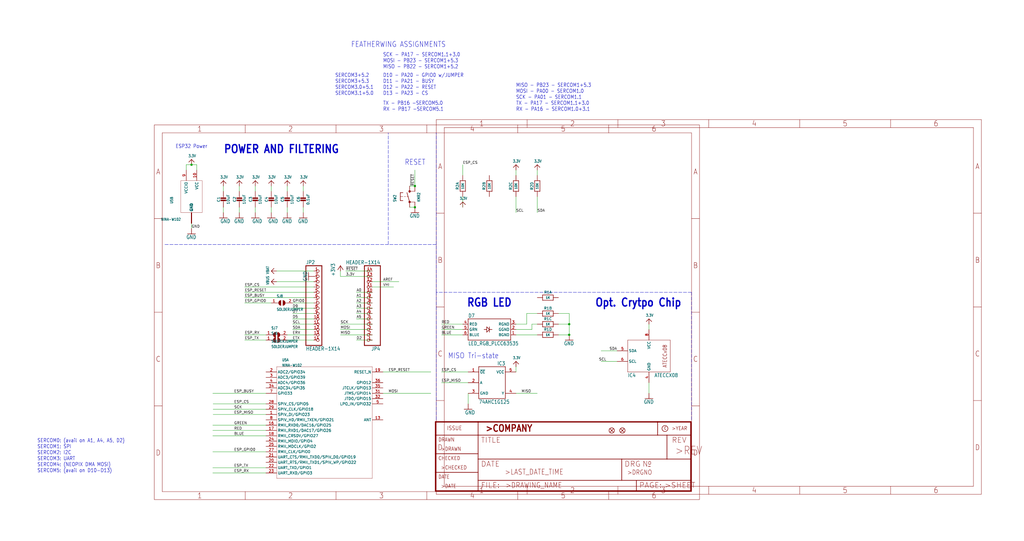
<source format=kicad_sch>
(kicad_sch (version 20211123) (generator eeschema)
  (paper "User" 488.95 258.648)
  (lib_symbols
    (symbol "schematicEagle-eagle-import:+3V3" (power)
      (property "Value" "+3V3" (at -2.54 -5.08 90))
      (symbol "+3V3_1_0"
        (polyline (pts (xy 0 0) (xy -1.27 -1.905)) (stroke (width 0.254)))
        (polyline (pts (xy 1.27 -1.905) (xy 0 0)) (stroke (width 0.254)))
        (pin power_in line (at 0 -2.54 90) (length 2.54) (name "+3V3") (number "1"))
      )
    )
    (symbol "schematicEagle-eagle-import:3.3V" (power)
      (property "Value" "3.3V" (at -1.524 1.016 0))
      (symbol "3.3V_1_0"
        (polyline (pts (xy -1.27 -1.27) (xy 0 0)) (stroke (width 0.254)))
        (polyline (pts (xy 0 0) (xy 1.27 -1.27)) (stroke (width 0.254)))
        (pin power_in line (at 0 -2.54 90) (length 2.54) (name "3.3V") (number "1"))
      )
    )
    (symbol "schematicEagle-eagle-import:74AHC1G125"
      (property "Reference" "IC" (at 7.62 10.16 0))
      (property "Value" "74AHC1G125" (at -5.08 -10.16 0))
      (symbol "74AHC1G125_1_0"
        (polyline (pts (xy -5.08 -7.62) (xy -5.08 7.62)) (stroke (width 0.254)))
        (polyline (pts (xy -5.08 7.62) (xy 7.62 7.62)) (stroke (width 0.254)))
        (polyline (pts (xy 7.62 -7.62) (xy -5.08 -7.62)) (stroke (width 0.254)))
        (polyline (pts (xy 7.62 7.62) (xy 7.62 -7.62)) (stroke (width 0.254)))
        (pin input line (at -10.16 5.08 0) (length 5.08) (name "~{OE}") (number "1"))
        (pin input line (at -10.16 0 0) (length 5.08) (name "A") (number "2"))
        (pin power_in line (at -10.16 -5.08 0) (length 5.08) (name "GND") (number "3"))
        (pin output line (at 12.7 -5.08 180) (length 5.08) (name "Y") (number "4"))
        (pin power_in line (at 12.7 5.08 180) (length 5.08) (name "VCC") (number "5"))
      )
    )
    (symbol "schematicEagle-eagle-import:ATECCX08"
      (property "Reference" "IC" (at -10.16 -10.16 0))
      (property "Value" "ATECCX08" (at 2.54 -10.16 0))
      (symbol "ATECCX08_1_0"
        (polyline (pts (xy -10.16 -7.62) (xy -10.16 7.62)) (stroke (width 0.1524)))
        (polyline (pts (xy -10.16 7.62) (xy 10.16 7.62)) (stroke (width 0.1524)))
        (polyline (pts (xy 10.16 -7.62) (xy -10.16 -7.62)) (stroke (width 0.1524)))
        (polyline (pts (xy 10.16 7.62) (xy 10.16 -7.62)) (stroke (width 0.1524)))
        (text "ATECCx08" (at 7.62 0 900) (effects (font (size 1.778 1.5113))))
        (pin power_in line (at 0 -12.7 90) (length 5.08) (name "GND") (number "4"))
        (pin bidirectional line (at -15.24 2.54 0) (length 5.08) (name "SDA") (number "5"))
        (pin bidirectional line (at -15.24 -2.54 0) (length 5.08) (name "SCL") (number "6"))
        (pin power_in line (at 0 12.7 270) (length 5.08) (name "VCC") (number "8"))
      )
    )
    (symbol "schematicEagle-eagle-import:CAP_CERAMIC0603_NO"
      (property "Reference" "C" (at -2.29 1.25 90))
      (property "Value" "CAP_CERAMIC0603_NO" (at 2.3 1.25 90))
      (symbol "CAP_CERAMIC0603_NO_1_0"
        (rectangle (start -1.27 0.508) (end 1.27 1.016) (fill (type outline)))
        (rectangle (start -1.27 1.524) (end 1.27 2.032) (fill (type outline)))
        (polyline (pts (xy 0 0.762) (xy 0 0)) (stroke (width 0.1524)))
        (polyline (pts (xy 0 2.54) (xy 0 1.778)) (stroke (width 0.1524)))
        (pin passive line (at 0 5.08 270) (length 2.54) (name "1") (number "1"))
        (pin passive line (at 0 -2.54 90) (length 2.54) (name "2") (number "2"))
      )
    )
    (symbol "schematicEagle-eagle-import:CAP_CERAMIC0805-NOOUTLINE"
      (property "Reference" "C" (at -2.29 1.25 90))
      (property "Value" "CAP_CERAMIC0805-NOOUTLINE" (at 2.3 1.25 90))
      (symbol "CAP_CERAMIC0805-NOOUTLINE_1_0"
        (rectangle (start -1.27 0.508) (end 1.27 1.016) (fill (type outline)))
        (rectangle (start -1.27 1.524) (end 1.27 2.032) (fill (type outline)))
        (polyline (pts (xy 0 0.762) (xy 0 0)) (stroke (width 0.1524)))
        (polyline (pts (xy 0 2.54) (xy 0 1.778)) (stroke (width 0.1524)))
        (pin passive line (at 0 5.08 270) (length 2.54) (name "1") (number "1"))
        (pin passive line (at 0 -2.54 90) (length 2.54) (name "2") (number "2"))
      )
    )
    (symbol "schematicEagle-eagle-import:FIDUCIAL_1MM"
      (symbol "FIDUCIAL_1MM_1_0"
        (polyline (pts (xy -0.762 0.762) (xy 0.762 -0.762)) (stroke (width 0.254)))
        (polyline (pts (xy 0.762 0.762) (xy -0.762 -0.762)) (stroke (width 0.254)))
        (circle (center 0 0) (radius 1.27) (stroke (width 0.254)))
      )
    )
    (symbol "schematicEagle-eagle-import:FRAME_A4"
      (symbol "FRAME_A4_0_0"
        (polyline (pts (xy 0 44.7675) (xy 3.81 44.7675)))
        (polyline (pts (xy 0 89.535) (xy 3.81 89.535)))
        (polyline (pts (xy 0 134.3025) (xy 3.81 134.3025)))
        (polyline (pts (xy 3.81 3.81) (xy 3.81 175.26)))
        (polyline (pts (xy 43.3917 0) (xy 43.3917 3.81)))
        (polyline (pts (xy 43.3917 175.26) (xy 43.3917 179.07)))
        (polyline (pts (xy 86.7833 0) (xy 86.7833 3.81)))
        (polyline (pts (xy 86.7833 175.26) (xy 86.7833 179.07)))
        (polyline (pts (xy 130.175 0) (xy 130.175 3.81)))
        (polyline (pts (xy 130.175 175.26) (xy 130.175 179.07)))
        (polyline (pts (xy 173.5667 0) (xy 173.5667 3.81)))
        (polyline (pts (xy 173.5667 175.26) (xy 173.5667 179.07)))
        (polyline (pts (xy 216.9583 0) (xy 216.9583 3.81)))
        (polyline (pts (xy 216.9583 175.26) (xy 216.9583 179.07)))
        (polyline (pts (xy 256.54 3.81) (xy 3.81 3.81)))
        (polyline (pts (xy 256.54 3.81) (xy 256.54 175.26)))
        (polyline (pts (xy 256.54 44.7675) (xy 260.35 44.7675)))
        (polyline (pts (xy 256.54 89.535) (xy 260.35 89.535)))
        (polyline (pts (xy 256.54 134.3025) (xy 260.35 134.3025)))
        (polyline (pts (xy 256.54 175.26) (xy 3.81 175.26)))
        (polyline (pts (xy 0 0) (xy 260.35 0) (xy 260.35 179.07) (xy 0 179.07) (xy 0 0)))
        (text "1" (at 21.6958 1.905 0) (effects (font (size 2.54 2.286))))
        (text "1" (at 21.6958 177.165 0) (effects (font (size 2.54 2.286))))
        (text "2" (at 65.0875 1.905 0) (effects (font (size 2.54 2.286))))
        (text "2" (at 65.0875 177.165 0) (effects (font (size 2.54 2.286))))
        (text "3" (at 108.4792 1.905 0) (effects (font (size 2.54 2.286))))
        (text "3" (at 108.4792 177.165 0) (effects (font (size 2.54 2.286))))
        (text "4" (at 151.8708 1.905 0) (effects (font (size 2.54 2.286))))
        (text "4" (at 151.8708 177.165 0) (effects (font (size 2.54 2.286))))
        (text "5" (at 195.2625 1.905 0) (effects (font (size 2.54 2.286))))
        (text "5" (at 195.2625 177.165 0) (effects (font (size 2.54 2.286))))
        (text "6" (at 238.6542 1.905 0) (effects (font (size 2.54 2.286))))
        (text "6" (at 238.6542 177.165 0) (effects (font (size 2.54 2.286))))
        (text "A" (at 1.905 156.6863 0) (effects (font (size 2.54 2.286))))
        (text "A" (at 258.445 156.6863 0) (effects (font (size 2.54 2.286))))
        (text "B" (at 1.905 111.9188 0) (effects (font (size 2.54 2.286))))
        (text "B" (at 258.445 111.9188 0) (effects (font (size 2.54 2.286))))
        (text "C" (at 1.905 67.1513 0) (effects (font (size 2.54 2.286))))
        (text "C" (at 258.445 67.1513 0) (effects (font (size 2.54 2.286))))
        (text "D" (at 1.905 22.3838 0) (effects (font (size 2.54 2.286))))
        (text "D" (at 258.445 22.3838 0) (effects (font (size 2.54 2.286))))
      )
      (symbol "FRAME_A4_1_0"
        (polyline (pts (xy 256.54 3.81) (xy 256.54 8.89)) (stroke (width 0.1016)))
        (polyline (pts (xy 256.54 8.89) (xy 256.54 13.97)) (stroke (width 0.1016)))
        (polyline (pts (xy 256.54 13.97) (xy 256.54 19.05)) (stroke (width 0.1016)))
        (polyline (pts (xy 256.54 19.05) (xy 256.54 36.83)) (stroke (width 0.1016)))
      )
      (symbol "FRAME_A4_2_0"
        (polyline (pts (xy -0.3048 1.5748) (xy 20.0152 1.5748)) (stroke (width 0.6096)))
        (polyline (pts (xy -0.3048 10.4648) (xy -0.3048 1.5748)) (stroke (width 0.6096)))
        (polyline (pts (xy -0.3048 10.4648) (xy 20.0152 10.4648)) (stroke (width 0.3048)))
        (polyline (pts (xy -0.3048 19.3548) (xy -0.3048 10.4648)) (stroke (width 0.6096)))
        (polyline (pts (xy -0.3048 19.3548) (xy 20.0152 19.3548)) (stroke (width 0.3048)))
        (polyline (pts (xy -0.3048 28.2448) (xy -0.3048 19.3548)) (stroke (width 0.6096)))
        (polyline (pts (xy -0.3048 28.2448) (xy 20.0152 28.2448)) (stroke (width 0.3048)))
        (polyline (pts (xy -0.3048 34.5948) (xy -0.3048 28.2448)) (stroke (width 0.6096)))
        (polyline (pts (xy 20.0152 1.5748) (xy 20.0152 6.6548)) (stroke (width 0.3048)))
        (polyline (pts (xy 20.0152 1.5748) (xy 95.5802 1.5748)) (stroke (width 0.6096)))
        (polyline (pts (xy 20.0152 6.6548) (xy 20.0152 10.4648)) (stroke (width 0.3048)))
        (polyline (pts (xy 20.0152 6.6548) (xy 88.5952 6.6548)) (stroke (width 0.3048)))
        (polyline (pts (xy 20.0152 10.4648) (xy 20.0152 16.8148)) (stroke (width 0.3048)))
        (polyline (pts (xy 20.0152 16.8148) (xy 20.0152 19.3548)) (stroke (width 0.3048)))
        (polyline (pts (xy 20.0152 19.3548) (xy 20.0152 28.2448)) (stroke (width 0.3048)))
        (polyline (pts (xy 20.0152 28.2448) (xy 20.0152 34.5948)) (stroke (width 0.3048)))
        (polyline (pts (xy 20.0152 28.2448) (xy 105.7402 28.2448)) (stroke (width 0.3048)))
        (polyline (pts (xy 20.0152 34.5948) (xy -0.3048 34.5948)) (stroke (width 0.6096)))
        (polyline (pts (xy 88.5952 6.6548) (xy 95.5802 6.6548)) (stroke (width 0.3048)))
        (polyline (pts (xy 88.5952 16.8148) (xy 20.0152 16.8148)) (stroke (width 0.3048)))
        (polyline (pts (xy 88.5952 16.8148) (xy 88.5952 6.6548)) (stroke (width 0.3048)))
        (polyline (pts (xy 95.5802 1.5748) (xy 121.6152 1.5748)) (stroke (width 0.6096)))
        (polyline (pts (xy 95.5802 6.6548) (xy 95.5802 1.5748)) (stroke (width 0.3048)))
        (polyline (pts (xy 95.5802 6.6548) (xy 121.6152 6.6548)) (stroke (width 0.3048)))
        (polyline (pts (xy 101.2952 13.3223) (xy 102.2477 13.3223)) (stroke (width 0.254)))
        (polyline (pts (xy 105.7402 28.2448) (xy 105.7402 34.5948)) (stroke (width 0.3048)))
        (polyline (pts (xy 105.7402 28.2448) (xy 110.1852 28.2448)) (stroke (width 0.3048)))
        (polyline (pts (xy 105.7402 34.5948) (xy 20.0152 34.5948)) (stroke (width 0.6096)))
        (polyline (pts (xy 110.1852 16.8148) (xy 88.5952 16.8148)) (stroke (width 0.3048)))
        (polyline (pts (xy 110.1852 28.2448) (xy 110.1852 16.8148)) (stroke (width 0.3048)))
        (polyline (pts (xy 110.1852 28.2448) (xy 121.6152 28.2448)) (stroke (width 0.3048)))
        (polyline (pts (xy 121.6152 6.6548) (xy 121.6152 1.5748)) (stroke (width 0.6096)))
        (polyline (pts (xy 121.6152 16.8148) (xy 110.1852 16.8148)) (stroke (width 0.3048)))
        (polyline (pts (xy 121.6152 16.8148) (xy 121.6152 6.6548)) (stroke (width 0.6096)))
        (polyline (pts (xy 121.6152 28.2448) (xy 121.6152 16.8148)) (stroke (width 0.6096)))
        (polyline (pts (xy 121.6152 34.5948) (xy 105.7402 34.5948)) (stroke (width 0.6096)))
        (polyline (pts (xy 121.6152 34.5948) (xy 121.6152 28.2448)) (stroke (width 0.6096)))
        (circle (center 109.2327 31.4198) (radius 1.4199) (stroke (width 0.254)))
        (text ">CHECKED" (at 2.2352 11.7348 0) (effects (font (size 1.778 1.5113)) (justify left bottom)))
        (text ">COMPANY" (at 23.349 29.6735 0) (effects (font (size 3.175 2.6987) (thickness 0.5397) bold) (justify left bottom)))
        (text ">DATE" (at 2.2352 2.8448 0) (effects (font (size 1.778 1.5113)) (justify left bottom)))
        (text ">DRAWING_NAME" (at 33.0327 2.8448 0) (effects (font (size 2.54 2.159)) (justify left bottom)))
        (text ">DRAWN" (at 2.2352 20.6248 0) (effects (font (size 1.778 1.5113)) (justify left bottom)))
        (text ">DRGNO" (at 91.1352 9.1948 0) (effects (font (size 2.1844 1.8567)) (justify left bottom)))
        (text ">LAST_DATE_TIME" (at 32.7152 9.1948 0) (effects (font (size 2.54 2.159)) (justify left bottom)))
        (text ">REV" (at 113.9952 18.7198 0) (effects (font (size 3.81 3.2385)) (justify left bottom)))
        (text ">SHEET" (at 108.9152 2.8448 0) (effects (font (size 2.54 2.54)) (justify left bottom)))
        (text ">YEAR" (at 112.4077 30.4673 0) (effects (font (size 1.778 1.5113)) (justify left bottom)))
        (text "C" (at 108.7564 30.7848 0) (effects (font (size 1.27 1.0795)) (justify left bottom)))
        (text "CHECKED" (at 0.9652 16.1798 0) (effects (font (size 1.778 1.5113)) (justify left bottom)))
        (text "DATE" (at 0.9652 7.2898 0) (effects (font (size 1.778 1.5113)) (justify left bottom)))
        (text "DATE" (at 21.2852 13.0048 0) (effects (font (size 2.54 2.54)) (justify left bottom)))
        (text "DRAWN" (at 0.9652 25.0698 0) (effects (font (size 1.778 1.5113)) (justify left bottom)))
        (text "DRG" (at 89.8652 13.0048 0) (effects (font (size 2.54 2.54)) (justify left bottom)))
        (text "FILE:" (at 21.2852 2.8448 0) (effects (font (size 2.54 2.54)) (justify left bottom)))
        (text "ISSUE" (at 5.0927 30.4673 0) (effects (font (size 1.9304 1.6408)) (justify left bottom)))
        (text "N" (at 98.4377 13.0048 0) (effects (font (size 2.54 2.54)) (justify left bottom)))
        (text "o" (at 100.9777 13.9573 0) (effects (font (size 2.1844 1.8567)) (justify left bottom)))
        (text "PAGE:" (at 96.8502 2.8448 0) (effects (font (size 2.54 2.54)) (justify left bottom)))
        (text "REV" (at 112.4077 24.4348 0) (effects (font (size 2.54 2.54)) (justify left bottom)))
        (text "TITLE" (at 21.2852 24.4348 0) (effects (font (size 2.54 2.54)) (justify left bottom)))
      )
    )
    (symbol "schematicEagle-eagle-import:GND" (power)
      (property "Value" "GND" (at -2.54 -2.54 0))
      (symbol "GND_1_0"
        (polyline (pts (xy -1.905 0) (xy 1.905 0)) (stroke (width 0.254)))
        (pin power_in line (at 0 2.54 270) (length 2.54) (name "GND") (number "1"))
      )
    )
    (symbol "schematicEagle-eagle-import:HEADER-1X14"
      (property "Reference" "JP" (at -6.35 20.955 0))
      (property "Value" "HEADER-1X14" (at -6.35 -20.32 0))
      (symbol "HEADER-1X14_1_0"
        (polyline (pts (xy -6.35 -17.78) (xy 1.27 -17.78)) (stroke (width 0.4064)))
        (polyline (pts (xy -6.35 20.32) (xy -6.35 -17.78)) (stroke (width 0.4064)))
        (polyline (pts (xy 1.27 -17.78) (xy 1.27 20.32)) (stroke (width 0.4064)))
        (polyline (pts (xy 1.27 20.32) (xy -6.35 20.32)) (stroke (width 0.4064)))
        (pin passive inverted (at -2.54 17.78 0) (length 2.54) (name "1") (number "1"))
        (pin passive inverted (at -2.54 -5.08 0) (length 2.54) (name "10") (number "10"))
        (pin passive inverted (at -2.54 -7.62 0) (length 2.54) (name "11") (number "11"))
        (pin passive inverted (at -2.54 -10.16 0) (length 2.54) (name "12") (number "12"))
        (pin passive inverted (at -2.54 -12.7 0) (length 2.54) (name "13") (number "13"))
        (pin passive inverted (at -2.54 -15.24 0) (length 2.54) (name "14") (number "14"))
        (pin passive inverted (at -2.54 15.24 0) (length 2.54) (name "2") (number "2"))
        (pin passive inverted (at -2.54 12.7 0) (length 2.54) (name "3") (number "3"))
        (pin passive inverted (at -2.54 10.16 0) (length 2.54) (name "4") (number "4"))
        (pin passive inverted (at -2.54 7.62 0) (length 2.54) (name "5") (number "5"))
        (pin passive inverted (at -2.54 5.08 0) (length 2.54) (name "6") (number "6"))
        (pin passive inverted (at -2.54 2.54 0) (length 2.54) (name "7") (number "7"))
        (pin passive inverted (at -2.54 0 0) (length 2.54) (name "8") (number "8"))
        (pin passive inverted (at -2.54 -2.54 0) (length 2.54) (name "9") (number "9"))
      )
    )
    (symbol "schematicEagle-eagle-import:LED_RGB_PLCC63535"
      (property "Reference" "D" (at -10.16 5.588 0))
      (property "Value" "LED_RGB_PLCC63535" (at -10.16 -7.62 0))
      (symbol "LED_RGB_PLCC63535_1_0"
        (polyline (pts (xy -10.16 -5.08) (xy -10.16 5.08)) (stroke (width 0.254)))
        (polyline (pts (xy -10.16 5.08) (xy 10.16 5.08)) (stroke (width 0.254)))
        (polyline (pts (xy -1.27 -1.27) (xy 0 0)) (stroke (width 0.254)))
        (polyline (pts (xy -1.27 0) (xy -2.54 0)) (stroke (width 0.254)))
        (polyline (pts (xy -1.27 0) (xy -1.27 -1.27)) (stroke (width 0.254)))
        (polyline (pts (xy -1.27 1.27) (xy -1.27 0)) (stroke (width 0.254)))
        (polyline (pts (xy 0 0) (xy -1.27 1.27)) (stroke (width 0.254)))
        (polyline (pts (xy 0 0) (xy 0 -1.27)) (stroke (width 0.254)))
        (polyline (pts (xy 0 0) (xy 1.27 0)) (stroke (width 0.254)))
        (polyline (pts (xy 0 1.27) (xy 0 0)) (stroke (width 0.254)))
        (polyline (pts (xy 10.16 -5.08) (xy -10.16 -5.08)) (stroke (width 0.254)))
        (polyline (pts (xy 10.16 5.08) (xy 10.16 -5.08)) (stroke (width 0.254)))
        (pin power_in line (at 12.7 -2.54 180) (length 2.54) (name "BGND") (number "1"))
        (pin power_in line (at 12.7 0 180) (length 2.54) (name "GGND") (number "2"))
        (pin power_in line (at 12.7 2.54 180) (length 2.54) (name "RGND") (number "3"))
        (pin bidirectional line (at -12.7 2.54 0) (length 2.54) (name "RED") (number "4"))
        (pin bidirectional line (at -12.7 0 0) (length 2.54) (name "GRN") (number "5"))
        (pin bidirectional line (at -12.7 -2.54 0) (length 2.54) (name "BLUE") (number "6"))
      )
    )
    (symbol "schematicEagle-eagle-import:NINA-W10XNINA-W10X"
      (property "Reference" "U" (at 2.54 -10.16 0))
      (property "Value" "NINA-W10XNINA-W10X" (at 2.54 -12.7 0))
      (symbol "NINA-W10XNINA-W10X_1_0"
        (polyline (pts (xy -22.86 -27.94) (xy 22.86 -27.94)) (stroke (width 0.1)))
        (polyline (pts (xy -22.86 25.4) (xy -22.86 -27.94)) (stroke (width 0.1)))
        (polyline (pts (xy 22.86 -27.94) (xy 22.86 25.4)) (stroke (width 0.1)))
        (polyline (pts (xy 22.86 25.4) (xy -22.86 25.4)) (stroke (width 0.1)))
        (pin bidirectional line (at -27.94 2.54 0) (length 5.08) (name "SPIV_DI/GPIO23") (number "1"))
        (pin bidirectional line (at 27.94 0 180) (length 5.08) (name "ANT") (number "13"))
        (pin bidirectional line (at -27.94 -2.54 0) (length 5.08) (name "RMII_RXD0/DAC16/GPIO25") (number "16"))
        (pin bidirectional line (at -27.94 -5.08 0) (length 5.08) (name "RMII_RXD1/DAC17/GPIO26") (number "17"))
        (pin bidirectional line (at -27.94 -7.62 0) (length 5.08) (name "RMII_CRSDV/GPIO27") (number "18"))
        (pin bidirectional line (at 27.94 22.86 180) (length 5.08) (name "RESET_N") (number "19"))
        (pin bidirectional line (at -27.94 22.86 0) (length 5.08) (name "ADC2/GPIO34") (number "2"))
        (pin bidirectional line (at -27.94 -20.32 0) (length 5.08) (name "UART_RTS/RMII_TXD1/SPIV_WP/GPIO22") (number "20"))
        (pin bidirectional line (at -27.94 -17.78 0) (length 5.08) (name "UART_CTS/RMII_TXD0/SPIV_D0/GPIO19") (number "21"))
        (pin bidirectional line (at -27.94 -22.86 0) (length 5.08) (name "UART_TXD/GPIO1") (number "22"))
        (pin bidirectional line (at -27.94 -25.4 0) (length 5.08) (name "UART_RXD/GPIO3") (number "23"))
        (pin bidirectional line (at -27.94 -10.16 0) (length 5.08) (name "RMII_MDIO/GPIO4") (number "24"))
        (pin bidirectional line (at -27.94 -12.7 0) (length 5.08) (name "RMII_MDCLK/GPIO2") (number "25"))
        (pin bidirectional line (at -27.94 -15.24 0) (length 5.08) (name "RMII_CLK/GPIO0") (number "27"))
        (pin bidirectional line (at -27.94 7.62 0) (length 5.08) (name "SPIV_CS/GPIO5") (number "28"))
        (pin bidirectional line (at -27.94 5.08 0) (length 5.08) (name "SPIV_CLK/GPIO18") (number "29"))
        (pin bidirectional line (at -27.94 20.32 0) (length 5.08) (name "ADC3/GPIO39") (number "3"))
        (pin bidirectional line (at 27.94 12.7 180) (length 5.08) (name "JTMS/GPIO14") (number "31"))
        (pin bidirectional line (at 27.94 10.16 180) (length 5.08) (name "JTDO/GPIO15") (number "32"))
        (pin bidirectional line (at -27.94 15.24 0) (length 5.08) (name "ADC34/GPI35") (number "34"))
        (pin bidirectional line (at 27.94 15.24 180) (length 5.08) (name "JTCLK/GPIO13") (number "35"))
        (pin bidirectional line (at 27.94 17.78 180) (length 5.08) (name "GPIO12") (number "36"))
        (pin bidirectional line (at -27.94 17.78 0) (length 5.08) (name "ADC4/GPIO36") (number "4"))
        (pin bidirectional line (at 27.94 7.62 180) (length 5.08) (name "LPO_IN/GPIO32") (number "5"))
        (pin bidirectional line (at -27.94 12.7 0) (length 5.08) (name "GPIO33") (number "7"))
        (pin bidirectional line (at -27.94 0 0) (length 5.08) (name "SPIV_HD/RMII_TXEN/GPIO21") (number "8"))
      )
      (symbol "NINA-W10XNINA-W10X_2_0"
        (polyline (pts (xy -5.08 -7.62) (xy 5.08 -7.62)) (stroke (width 0.1)))
        (polyline (pts (xy -5.08 7.62) (xy -5.08 -7.62)) (stroke (width 0.1)))
        (polyline (pts (xy 5.08 -7.62) (xy 5.08 7.62)) (stroke (width 0.1)))
        (polyline (pts (xy 5.08 7.62) (xy -5.08 7.62)) (stroke (width 0.1)))
        (pin bidirectional line (at 2.54 12.7 270) (length 5.08) (name "VCC") (number "10"))
        (pin bidirectional line (at 0 -12.7 90) (length 5.08) (name "GND") (number "12"))
        (pin bidirectional line (at 0 -12.7 90) (length 5.08) (name "GND") (number "14"))
        (pin bidirectional line (at 0 -12.7 90) (length 5.08) (name "GND") (number "26"))
        (pin bidirectional line (at 0 -12.7 90) (length 5.08) (name "GND") (number "30"))
        (pin bidirectional line (at 0 -12.7 90) (length 5.08) (name "GND") (number "6"))
        (pin bidirectional line (at -2.54 12.7 270) (length 5.08) (name "VCCIO") (number "9"))
        (pin bidirectional line (at 0 -12.7 90) (length 5.08) (name "GND") (number "GND@1"))
        (pin bidirectional line (at 0 -12.7 90) (length 5.08) (name "GND") (number "GND@10"))
        (pin bidirectional line (at 0 -12.7 90) (length 5.08) (name "GND") (number "GND@11"))
        (pin bidirectional line (at 0 -12.7 90) (length 5.08) (name "GND") (number "GND@12"))
        (pin bidirectional line (at 0 -12.7 90) (length 5.08) (name "GND") (number "GND@2"))
        (pin bidirectional line (at 0 -12.7 90) (length 5.08) (name "GND") (number "GND@3"))
        (pin bidirectional line (at 0 -12.7 90) (length 5.08) (name "GND") (number "GND@4"))
        (pin bidirectional line (at 0 -12.7 90) (length 5.08) (name "GND") (number "GND@5"))
        (pin bidirectional line (at 0 -12.7 90) (length 5.08) (name "GND") (number "GND@6"))
        (pin bidirectional line (at 0 -12.7 90) (length 5.08) (name "GND") (number "GND@7"))
        (pin bidirectional line (at 0 -12.7 90) (length 5.08) (name "GND") (number "GND@8"))
        (pin bidirectional line (at 0 -12.7 90) (length 5.08) (name "GND") (number "GND@9"))
      )
    )
    (symbol "schematicEagle-eagle-import:RESISTOR_4PACK_NO"
      (property "Reference" "R" (at 0 2.54 0))
      (property "Value" "RESISTOR_4PACK_NO" (at 0 0 0))
      (symbol "RESISTOR_4PACK_NO_1_0"
        (polyline (pts (xy -2.54 -1.27) (xy -2.54 1.27)) (stroke (width 0.254)))
        (polyline (pts (xy -2.54 1.27) (xy 2.54 1.27)) (stroke (width 0.254)))
        (polyline (pts (xy 2.54 -1.27) (xy -2.54 -1.27)) (stroke (width 0.254)))
        (polyline (pts (xy 2.54 1.27) (xy 2.54 -1.27)) (stroke (width 0.254)))
        (pin passive line (at -5.08 0 0) (length 2.54) (name "1") (number "1"))
        (pin passive line (at 5.08 0 180) (length 2.54) (name "2") (number "8"))
      )
      (symbol "RESISTOR_4PACK_NO_2_0"
        (polyline (pts (xy -2.54 -1.27) (xy -2.54 1.27)) (stroke (width 0.254)))
        (polyline (pts (xy -2.54 1.27) (xy 2.54 1.27)) (stroke (width 0.254)))
        (polyline (pts (xy 2.54 -1.27) (xy -2.54 -1.27)) (stroke (width 0.254)))
        (polyline (pts (xy 2.54 1.27) (xy 2.54 -1.27)) (stroke (width 0.254)))
        (pin passive line (at -5.08 0 0) (length 2.54) (name "1") (number "2"))
        (pin passive line (at 5.08 0 180) (length 2.54) (name "2") (number "7"))
      )
      (symbol "RESISTOR_4PACK_NO_3_0"
        (polyline (pts (xy -2.54 -1.27) (xy -2.54 1.27)) (stroke (width 0.254)))
        (polyline (pts (xy -2.54 1.27) (xy 2.54 1.27)) (stroke (width 0.254)))
        (polyline (pts (xy 2.54 -1.27) (xy -2.54 -1.27)) (stroke (width 0.254)))
        (polyline (pts (xy 2.54 1.27) (xy 2.54 -1.27)) (stroke (width 0.254)))
        (pin passive line (at -5.08 0 0) (length 2.54) (name "1") (number "3"))
        (pin passive line (at 5.08 0 180) (length 2.54) (name "2") (number "6"))
      )
      (symbol "RESISTOR_4PACK_NO_4_0"
        (polyline (pts (xy -2.54 -1.27) (xy -2.54 1.27)) (stroke (width 0.254)))
        (polyline (pts (xy -2.54 1.27) (xy 2.54 1.27)) (stroke (width 0.254)))
        (polyline (pts (xy 2.54 -1.27) (xy -2.54 -1.27)) (stroke (width 0.254)))
        (polyline (pts (xy 2.54 1.27) (xy 2.54 -1.27)) (stroke (width 0.254)))
        (pin passive line (at -5.08 0 0) (length 2.54) (name "1") (number "4"))
        (pin passive line (at 5.08 0 180) (length 2.54) (name "2") (number "5"))
      )
    )
    (symbol "schematicEagle-eagle-import:SOLDERJUMPER"
      (property "Reference" "SJ" (at -2.54 2.54 0))
      (property "Value" "SOLDERJUMPER" (at -2.54 -3.81 0))
      (symbol "SOLDERJUMPER_1_0"
        (arc (start -0.381 1.2699) (mid -1.6508 0) (end -0.381 -1.2699) (stroke (width 0.0001)) (fill (type outline)))
        (polyline (pts (xy -2.54 0) (xy -1.651 0)) (stroke (width 0.1524)))
        (polyline (pts (xy 2.54 0) (xy 1.651 0)) (stroke (width 0.1524)))
        (arc (start 0.381 -1.2699) (mid 1.6508 0) (end 0.381 1.2699) (stroke (width 0.0001)) (fill (type outline)))
        (pin passive line (at -5.08 0 0) (length 2.54) (name "1") (number "1"))
        (pin passive line (at 5.08 0 180) (length 2.54) (name "2") (number "2"))
      )
    )
    (symbol "schematicEagle-eagle-import:SWITCH_TACT_SMT4.6X2.8"
      (property "Reference" "SW" (at -2.54 6.35 0))
      (property "Value" "SWITCH_TACT_SMT4.6X2.8" (at -2.54 -5.08 0))
      (symbol "SWITCH_TACT_SMT4.6X2.8_1_0"
        (circle (center -2.54 0) (radius 0.127) (stroke (width 0.4064)))
        (polyline (pts (xy -2.54 -2.54) (xy -2.54 0)) (stroke (width 0.1524)))
        (polyline (pts (xy -2.54 0) (xy 1.905 1.27)) (stroke (width 0.254)))
        (polyline (pts (xy -1.905 4.445) (xy -1.905 3.175)) (stroke (width 0.254)))
        (polyline (pts (xy 0 1.27) (xy 0 0.635)) (stroke (width 0.1524)))
        (polyline (pts (xy 0 2.54) (xy 0 1.905)) (stroke (width 0.1524)))
        (polyline (pts (xy 0 4.445) (xy -1.905 4.445)) (stroke (width 0.254)))
        (polyline (pts (xy 0 4.445) (xy 0 3.175)) (stroke (width 0.1524)))
        (polyline (pts (xy 1.905 0) (xy 2.54 0)) (stroke (width 0.254)))
        (polyline (pts (xy 1.905 4.445) (xy 0 4.445)) (stroke (width 0.254)))
        (polyline (pts (xy 1.905 4.445) (xy 1.905 3.175)) (stroke (width 0.254)))
        (polyline (pts (xy 2.54 -2.54) (xy 2.54 0)) (stroke (width 0.1524)))
        (circle (center 2.54 0) (radius 0.127) (stroke (width 0.4064)))
        (pin passive line (at -5.08 0 0) (length 2.54) (name "P") (number "A"))
        (pin passive line (at -5.08 -2.54 0) (length 2.54) (name "P1") (number "A'"))
        (pin passive line (at 5.08 0 180) (length 2.54) (name "S") (number "B"))
        (pin passive line (at 5.08 -2.54 180) (length 2.54) (name "S1") (number "B'"))
      )
    )
    (symbol "schematicEagle-eagle-import:VBAT" (power)
      (property "Value" "VBAT" (at -1.524 1.016 0))
      (symbol "VBAT_1_0"
        (polyline (pts (xy -1.27 -1.27) (xy 0 0)) (stroke (width 0.254)))
        (polyline (pts (xy 0 0) (xy 1.27 -1.27)) (stroke (width 0.254)))
        (pin power_in line (at 0 -2.54 90) (length 2.54) (name "VBAT") (number "1"))
      )
    )
    (symbol "schematicEagle-eagle-import:VBUS" (power)
      (property "Value" "VBUS" (at -1.524 1.016 0))
      (symbol "VBUS_1_0"
        (polyline (pts (xy -1.27 -1.27) (xy 0 0)) (stroke (width 0.254)))
        (polyline (pts (xy 0 0) (xy 1.27 -1.27)) (stroke (width 0.254)))
        (pin power_in line (at 0 -2.54 90) (length 2.54) (name "VBUS") (number "1"))
      )
    )
  )
  (junction (at 271.78 160.02))
  (junction (at 271.78 154.94))
  (junction (at 198.12 99.06))
  (junction (at 91.44 78.74))
  (junction (at 198.12 88.9))
  (wire (pts (xy 220.98 93.98) (xy 220.98 99.06)))
  (wire (pts (xy 198.12 88.9) (xy 195.58 88.9)))
  (wire (pts (xy 223.52 187.96) (xy 223.52 193.04)))
  (wire (pts (xy 91.44 106.68) (xy 91.44 109.22)))
  (wire (pts (xy 116.84 162.56) (xy 127 162.56)))
  (wire (pts (xy 195.58 99.06) (xy 198.12 99.06)))
  (wire (pts (xy 220.98 83.82) (xy 220.98 78.74)))
  (wire (pts (xy 91.44 78.74) (xy 93.98 78.74)))
  (wire (pts (xy 256.54 160.02) (xy 246.38 160.02)))
  (wire (pts (xy 182.88 187.96) (xy 205.74 187.96)))
  (wire (pts (xy 177.8 162.56) (xy 170.18 162.56)))
  (polyline (pts (xy 208.28 139.7) (xy 208.28 116.84)))
  (wire (pts (xy 114.3 88.9) (xy 114.3 91.44)))
  (wire (pts (xy 132.08 129.54) (xy 149.86 129.54)))
  (wire (pts (xy 309.88 187.96) (xy 309.88 182.88)))
  (wire (pts (xy 93.98 81.28) (xy 93.98 78.74)))
  (wire (pts (xy 271.78 160.02) (xy 271.78 154.94)))
  (polyline (pts (xy 330.2 139.7) (xy 208.28 139.7)))
  (wire (pts (xy 182.88 177.8) (xy 205.74 177.8)))
  (wire (pts (xy 210.82 160.02) (xy 220.98 160.02)))
  (wire (pts (xy 177.8 134.62) (xy 190.5 134.62)))
  (wire (pts (xy 246.38 175.26) (xy 246.38 177.8)))
  (wire (pts (xy 271.78 149.86) (xy 271.78 154.94)))
  (wire (pts (xy 88.9 81.28) (xy 88.9 78.74)))
  (polyline (pts (xy 78.74 116.84) (xy 185.42 116.84)))
  (wire (pts (xy 144.78 99.06) (xy 144.78 101.6)))
  (wire (pts (xy 129.54 101.6) (xy 129.54 99.06)))
  (wire (pts (xy 127 195.58) (xy 101.7524 195.58)))
  (wire (pts (xy 256.54 93.98) (xy 256.54 101.6)))
  (wire (pts (xy 177.8 154.94) (xy 162.56 154.94)))
  (wire (pts (xy 106.68 88.9) (xy 106.68 91.44)))
  (wire (pts (xy 246.38 187.96) (xy 256.54 187.96)))
  (wire (pts (xy 127 187.96) (xy 101.6 187.96)))
  (wire (pts (xy 177.8 157.48) (xy 162.56 157.48)))
  (wire (pts (xy 251.46 154.94) (xy 251.46 149.86)))
  (wire (pts (xy 210.82 177.8) (xy 223.52 177.8)))
  (wire (pts (xy 137.16 162.56) (xy 149.86 162.56)))
  (wire (pts (xy 210.82 157.48) (xy 220.98 157.48)))
  (wire (pts (xy 246.38 154.94) (xy 251.46 154.94)))
  (polyline (pts (xy 208.28 116.84) (xy 185.42 116.84)))
  (wire (pts (xy 121.92 99.06) (xy 121.92 101.6)))
  (wire (pts (xy 294.64 167.64) (xy 287.02 167.64)))
  (wire (pts (xy 139.7 144.78) (xy 149.86 144.78)))
  (wire (pts (xy 177.8 137.16) (xy 187.96 137.16)))
  (wire (pts (xy 162.56 129.54) (xy 162.56 132.08)))
  (wire (pts (xy 251.46 149.86) (xy 256.54 149.86)))
  (wire (pts (xy 149.86 137.16) (xy 116.84 137.16)))
  (wire (pts (xy 177.8 129.54) (xy 165.1 129.54)))
  (wire (pts (xy 210.82 182.88) (xy 223.52 182.88)))
  (wire (pts (xy 177.8 144.78) (xy 170.18 144.78)))
  (wire (pts (xy 127 226.06) (xy 101.6 226.06)))
  (wire (pts (xy 127 223.52) (xy 101.6 223.52)))
  (wire (pts (xy 121.92 88.9) (xy 121.92 91.44)))
  (wire (pts (xy 116.84 139.7) (xy 149.86 139.7)))
  (wire (pts (xy 139.7 157.48) (xy 149.86 157.48)))
  (wire (pts (xy 177.8 139.7) (xy 170.18 139.7)))
  (wire (pts (xy 139.7 149.86) (xy 149.86 149.86)))
  (wire (pts (xy 210.82 154.94) (xy 220.98 154.94)))
  (wire (pts (xy 127 205.74) (xy 101.6 205.74)))
  (wire (pts (xy 127 208.28) (xy 101.6 208.28)))
  (polyline (pts (xy 330.2 200.66) (xy 330.2 139.7)))
  (wire (pts (xy 177.8 149.86) (xy 170.18 149.86)))
  (wire (pts (xy 162.56 160.02) (xy 177.8 160.02)))
  (wire (pts (xy 127 193.04) (xy 101.7524 193.04)))
  (wire (pts (xy 127 215.9) (xy 101.6 215.9)))
  (wire (pts (xy 170.18 152.4) (xy 177.8 152.4)))
  (wire (pts (xy 149.86 147.32) (xy 139.7 147.32)))
  (wire (pts (xy 149.86 160.02) (xy 137.16 160.02)))
  (wire (pts (xy 127 203.2) (xy 101.6 203.2)))
  (wire (pts (xy 170.18 142.24) (xy 177.8 142.24)))
  (wire (pts (xy 271.78 154.94) (xy 266.7 154.94)))
  (wire (pts (xy 144.78 88.9) (xy 144.78 91.44)))
  (wire (pts (xy 254 154.94) (xy 254 157.48)))
  (wire (pts (xy 137.16 88.9) (xy 137.16 91.44)))
  (wire (pts (xy 149.86 134.62) (xy 132.08 134.62)))
  (wire (pts (xy 127 198.12) (xy 101.7524 198.12)))
  (wire (pts (xy 116.84 144.78) (xy 129.54 144.78)))
  (wire (pts (xy 170.18 147.32) (xy 177.8 147.32)))
  (wire (pts (xy 149.86 142.24) (xy 116.84 142.24)))
  (polyline (pts (xy 185.42 116.84) (xy 185.42 63.5)))
  (wire (pts (xy 129.54 88.9) (xy 129.54 91.44)))
  (wire (pts (xy 114.3 101.6) (xy 114.3 99.06)))
  (wire (pts (xy 106.68 99.06) (xy 106.68 101.6)))
  (wire (pts (xy 266.7 160.02) (xy 271.78 160.02)))
  (wire (pts (xy 246.38 81.28) (xy 246.38 83.82)))
  (wire (pts (xy 294.64 172.72) (xy 287.02 172.72)))
  (polyline (pts (xy 208.28 116.84) (xy 208.28 63.5)))
  (wire (pts (xy 256.54 81.28) (xy 256.54 83.82)))
  (wire (pts (xy 246.38 93.98) (xy 246.38 101.6)))
  (wire (pts (xy 149.86 154.94) (xy 139.7 154.94)))
  (wire (pts (xy 309.88 154.94) (xy 309.88 157.48)))
  (wire (pts (xy 162.56 132.08) (xy 177.8 132.08)))
  (wire (pts (xy 198.12 81.28) (xy 198.12 88.9)))
  (wire (pts (xy 256.54 154.94) (xy 254 154.94)))
  (wire (pts (xy 254 157.48) (xy 246.38 157.48)))
  (wire (pts (xy 127 160.02) (xy 116.84 160.02)))
  (wire (pts (xy 137.16 101.6) (xy 137.16 99.06)))
  (wire (pts (xy 149.86 152.4) (xy 139.7 152.4)))
  (polyline (pts (xy 208.28 200.66) (xy 208.28 139.7)))
  (wire (pts (xy 266.7 149.86) (xy 271.78 149.86)))
  (wire (pts (xy 88.9 78.74) (xy 91.44 78.74)))
  (text "ESP32 Power" (at 83.82 71.12 180) (effects (font (size 1.778 1.5113)) (justify left bottom)))
  (text "RGB LED" (at 233.68 144.78 180) (effects (font (size 3.81 3.2385) (thickness 0.6477) bold)))
  (text "D10 - PA20 - GPIO0 w/JUMPER\nD11 - PA21 - BUSY\nD12 - PA22 - RESET\nD13 - PA23 - CS" (at 182.88 45.72 0) (effects (font (size 1.778 1.5113)) (justify left bottom)))
  (text "MISO Tri-state" (at 226.06 170.18 180) (effects (font (size 2.54 2.159))))
  (text "RESET" (at 203.2 76.2 180) (effects (font (size 2.54 2.159)) (justify right top)))
  (text "FEATHERWING ASSIGNMENTS" (at 167.64 22.86 180) (effects (font (size 2.54 2.159)) (justify left bottom)))
  (text "Opt. Crytpo Chip" (at 304.8 144.78 180) (effects (font (size 3.81 3.2385) (thickness 0.6477) bold)))
  (text "SERCOM0: (avail on A1, A4, A5, D2)\nSERCOM1: SPI\nSERCOM2: I2C\nSERCOM3: UART\nSERCOM4: (NEOPIX DMA MOSI)\nSERCOM5: (avail on D10-D13)" (at 17.78 226.06 0) (effects (font (size 1.778 1.5113)) (justify left bottom)))
  (text "TX - PB16 -SERCOM5.0\nRX - PB17 -SERCOM5.1" (at 182.88 53.34 180) (effects (font (size 1.778 1.5113)) (justify left bottom)))
  (text "SERCOM3+5.2\nSERCOM3+5.3\nSERCOM3.0+5.1\nSERCOM3.1+5.0" (at 160.02 45.72 0) (effects (font (size 1.778 1.5113)) (justify left bottom)))
  (text "SCK - PA17 - SERCOM1.1+3.0\nMOSI - PB23 - SERCOM1+5.3\nMISO - PB22 - SERCOM1+5.2" (at 182.88 33.02 0) (effects (font (size 1.778 1.5113)) (justify left bottom)))
  (text "MISO - PB23 - SERCOM1+5.3\nMOSI - PA00 - SERCOM1.0\nSCK - PA01 - SERCOM1.1\nTX - PA17 - SERCOM1.1+3.0\nRX - PA16 - SERCOM1.0+3.1" (at 246.38 53.34 0) (effects (font (size 1.778 1.5113)) (justify left bottom)))
  (text "POWER AND FILTERING" (at 106.68 73.66 180) (effects (font (size 3.81 3.2385) (thickness 0.6477) bold) (justify left bottom)))
  (label "ESP_TX" (at 111.76 223.52 0) (effects (font (size 1.2446 1.2446))))
  (label "ESP_CS" (at 111.76 193.04 0) (effects (font (size 1.2446 1.2446))))
  (label "GND" (at 91.44 109.22 0) (effects (font (size 1.2446 1.2446))))
  (label "D9" (at 139.7 147.32 0) (effects (font (size 1.2446 1.2446))))
  (label "MOSI" (at 185.42 187.96 0) (effects (font (size 1.2446 1.2446))))
  (label "SCK" (at 111.76 195.58 0) (effects (font (size 1.2446 1.2446))))
  (label "ESP_GPIO0" (at 116.84 144.78 0) (effects (font (size 1.2446 1.2446))))
  (label "ESP_TX" (at 116.84 162.56 0) (effects (font (size 1.2446 1.2446))))
  (label "A1" (at 170.18 142.24 0) (effects (font (size 1.2446 1.2446))))
  (label "ESP_CS" (at 116.84 137.16 0) (effects (font (size 1.2446 1.2446))))
  (label "ETX" (at 139.7 162.56 0) (effects (font (size 1.2446 1.2446))))
  (label "GREEN" (at 210.82 157.48 0) (effects (font (size 1.2446 1.2446))))
  (label "~{RESET}" (at 198.12 88.9 90) (effects (font (size 1.2446 1.2446))))
  (label "SCK" (at 162.56 154.94 0) (effects (font (size 1.2446 1.2446))))
  (label "RED" (at 210.82 154.94 0) (effects (font (size 1.2446 1.2446))))
  (label "RED" (at 111.76 205.74 0) (effects (font (size 1.2446 1.2446))))
  (label "ESP_CS" (at 220.98 78.74 0) (effects (font (size 1.2446 1.2446))))
  (label "MOSI" (at 162.56 157.48 0) (effects (font (size 1.2446 1.2446))))
  (label "MISO" (at 248.92 187.96 0) (effects (font (size 1.2446 1.2446))))
  (label "SCL" (at 289.56 172.72 180) (effects (font (size 1.2446 1.2446))))
  (label "~{RESET}" (at 165.1 129.54 0) (effects (font (size 1.2446 1.2446))))
  (label "A3" (at 170.18 147.32 0) (effects (font (size 1.2446 1.2446))))
  (label "ESP_RESET" (at 185.42 177.8 0) (effects (font (size 1.2446 1.2446))))
  (label "A5" (at 170.18 152.4 0) (effects (font (size 1.2446 1.2446))))
  (label "BLUE" (at 210.82 160.02 0) (effects (font (size 1.2446 1.2446))))
  (label "ESP_GPIO0" (at 111.76 215.9 0) (effects (font (size 1.2446 1.2446))))
  (label "ESP_RX" (at 111.76 226.06 0) (effects (font (size 1.2446 1.2446))))
  (label "BLUE" (at 111.76 208.28 0) (effects (font (size 1.2446 1.2446))))
  (label "ESP_RX" (at 116.84 160.02 0) (effects (font (size 1.2446 1.2446))))
  (label "A4" (at 170.18 149.86 0) (effects (font (size 1.2446 1.2446))))
  (label "SDA" (at 256.54 101.6 0) (effects (font (size 1.2446 1.2446))))
  (label "AREF" (at 182.88 134.62 0) (effects (font (size 1.2446 1.2446))))
  (label "D7" (at 139.7 149.86 0) (effects (font (size 1.2446 1.2446))))
  (label "D2" (at 170.18 162.56 0) (effects (font (size 1.2446 1.2446))))
  (label "GPIO0" (at 139.7 144.78 0) (effects (font (size 1.2446 1.2446))))
  (label "3.3V" (at 165.1 132.08 0) (effects (font (size 1.2446 1.2446))))
  (label "D5" (at 139.7 152.4 0) (effects (font (size 1.2446 1.2446))))
  (label "A2" (at 170.18 144.78 0) (effects (font (size 1.2446 1.2446))))
  (label "MISO" (at 162.56 160.02 0) (effects (font (size 1.2446 1.2446))))
  (label "SDA" (at 294.64 167.64 180) (effects (font (size 1.2446 1.2446))))
  (label "VHI" (at 182.88 137.16 0) (effects (font (size 1.2446 1.2446))))
  (label "GREEN" (at 111.76 203.2 0) (effects (font (size 1.2446 1.2446))))
  (label "ERX" (at 139.7 160.02 0) (effects (font (size 1.2446 1.2446))))
  (label "SDA" (at 139.7 157.48 0) (effects (font (size 1.2446 1.2446))))
  (label "ESP_MISO" (at 210.82 182.88 0) (effects (font (size 1.2446 1.2446))))
  (label "SCL" (at 246.38 101.6 0) (effects (font (size 1.2446 1.2446))))
  (label "ESP_BUSY" (at 111.76 187.96 0) (effects (font (size 1.2446 1.2446))))
  (label "ESP_MISO" (at 111.76 198.12 0) (effects (font (size 1.2446 1.2446))))
  (label "ESP_CS" (at 210.82 177.8 0) (effects (font (size 1.2446 1.2446))))
  (label "A0" (at 170.18 139.7 0) (effects (font (size 1.2446 1.2446))))
  (label "ESP_RESET" (at 116.84 139.7 0) (effects (font (size 1.2446 1.2446))))
  (label "SCL" (at 139.7 154.94 0) (effects (font (size 1.2446 1.2446))))
  (label "ESP_BUSY" (at 116.84 142.24 0) (effects (font (size 1.2446 1.2446))))
  (symbol (lib_id "schematicEagle-eagle-import:3.3V") (at 114.3 86.36 0) (unit 1)
    (property "Reference" "#U$4" (effects hide))
    (property "Value" "3.3V" (at 112.776 85.344 0) (effects (font (size 1.27 1.0795)) (justify left bottom)))
    (property "Footprint" "schematicEagle:" (effects hide))
  )
  (symbol (lib_id "schematicEagle-eagle-import:3.3V") (at 106.68 86.36 0) (unit 1)
    (property "Reference" "#U$3" (effects hide))
    (property "Value" "3.3V" (at 105.156 85.344 0) (effects (font (size 1.27 1.0795)) (justify left bottom)))
    (property "Footprint" "schematicEagle:" (effects hide))
  )
  (symbol (lib_id "schematicEagle-eagle-import:GND") (at 137.16 104.14 0) (unit 1)
    (property "Reference" "#GND11" (effects hide))
    (property "Value" "GND" (at 134.62 106.68 0) (effects (font (size 1.778 1.5113)) (justify left bottom)))
    (property "Footprint" "schematicEagle:" (effects hide))
  )
  (symbol (lib_id "schematicEagle-eagle-import:RESISTOR_4PACK_NO") (at 261.62 149.86 0) (unit 2)
    (property "Reference" "R1" (at 261.62 147.32 0))
    (property "Value" "1K" (at 261.62 149.86 0) (effects (font (size 1.016 1.016) bold)))
    (property "Footprint" "schematicEagle:RESPACK_4X0603_NO" (effects hide))
  )
  (symbol (lib_id "schematicEagle-eagle-import:3.3V") (at 256.54 78.74 0) (unit 1)
    (property "Reference" "#U$9" (effects hide))
    (property "Value" "3.3V" (at 255.016 77.724 0) (effects (font (size 1.27 1.0795)) (justify left bottom)))
    (property "Footprint" "schematicEagle:" (effects hide))
  )
  (symbol (lib_id "schematicEagle-eagle-import:3.3V") (at 121.92 86.36 0) (unit 1)
    (property "Reference" "#U$51" (effects hide))
    (property "Value" "3.3V" (at 120.396 85.344 0) (effects (font (size 1.27 1.0795)) (justify left bottom)))
    (property "Footprint" "schematicEagle:" (effects hide))
  )
  (symbol (lib_id "schematicEagle-eagle-import:GND") (at 147.32 132.08 270) (unit 1)
    (property "Reference" "#GND2" (effects hide))
    (property "Value" "GND" (at 144.78 129.54 0) (effects (font (size 1.778 1.5113)) (justify left bottom)))
    (property "Footprint" "schematicEagle:" (effects hide))
  )
  (symbol (lib_id "schematicEagle-eagle-import:SOLDERJUMPER") (at 134.62 144.78 0) (unit 1)
    (property "Reference" "SJ8" (at 132.08 142.24 0) (effects (font (size 1.27 1.0795)) (justify left bottom)))
    (property "Value" "SOLDERJUMPER" (at 132.08 148.59 0) (effects (font (size 1.27 1.0795)) (justify left bottom)))
    (property "Footprint" "schematicEagle:SOLDERJUMPER_ARROW_NOPASTE" (effects hide))
  )
  (symbol (lib_id "schematicEagle-eagle-import:3.3V") (at 309.88 152.4 0) (unit 1)
    (property "Reference" "#U$59" (effects hide))
    (property "Value" "3.3V" (at 308.356 151.384 0) (effects (font (size 1.27 1.0795)) (justify left bottom)))
    (property "Footprint" "schematicEagle:" (effects hide))
  )
  (symbol (lib_id "schematicEagle-eagle-import:VBAT") (at 129.54 129.54 90) (unit 1)
    (property "Reference" "#U$20" (effects hide))
    (property "Value" "VBAT" (at 128.524 131.064 0) (effects (font (size 1.27 1.0795)) (justify left bottom)))
    (property "Footprint" "schematicEagle:" (effects hide))
  )
  (symbol (lib_id "schematicEagle-eagle-import:74AHC1G125") (at 233.68 182.88 0) (unit 1)
    (property "Reference" "IC3" (at 241.3 172.72 0) (effects (font (size 1.778 1.5113)) (justify right top)))
    (property "Value" "74AHC1G125" (at 228.6 193.04 0) (effects (font (size 1.778 1.5113)) (justify left bottom)))
    (property "Footprint" "schematicEagle:SOT23-5L" (effects hide))
  )
  (symbol (lib_id "schematicEagle-eagle-import:NINA-W10XNINA-W10X") (at 154.94 200.66 0) (unit 1)
    (property "Reference" "U5" (at 134.62 172.72 0) (effects (font (size 1.27 1.0795)) (justify left bottom)))
    (property "Value" "NINA-W102" (at 134.62 175.26 0) (effects (font (size 1.27 1.0795)) (justify left bottom)))
    (property "Footprint" "schematicEagle:ARDUINO-UCS&SOCS_NINA-W1X" (effects hide))
  )
  (symbol (lib_id "schematicEagle-eagle-import:3.3V") (at 137.16 86.36 0) (unit 1)
    (property "Reference" "#U$53" (effects hide))
    (property "Value" "3.3V" (at 135.636 85.344 0) (effects (font (size 1.27 1.0795)) (justify left bottom)))
    (property "Footprint" "schematicEagle:" (effects hide))
  )
  (symbol (lib_id "schematicEagle-eagle-import:GND") (at 223.52 195.58 0) (unit 1)
    (property "Reference" "#U$54" (effects hide))
    (property "Value" "GND" (at 221.996 198.12 0) (effects (font (size 1.778 1.5113)) (justify left bottom)))
    (property "Footprint" "schematicEagle:" (effects hide))
  )
  (symbol (lib_id "schematicEagle-eagle-import:3.3V") (at 129.54 86.36 0) (unit 1)
    (property "Reference" "#U$48" (effects hide))
    (property "Value" "3.3V" (at 128.016 85.344 0) (effects (font (size 1.27 1.0795)) (justify left bottom)))
    (property "Footprint" "schematicEagle:" (effects hide))
  )
  (symbol (lib_id "schematicEagle-eagle-import:VBUS") (at 129.54 134.62 90) (unit 1)
    (property "Reference" "#U$19" (effects hide))
    (property "Value" "VBUS" (at 128.524 136.144 0) (effects (font (size 1.27 1.0795)) (justify left bottom)))
    (property "Footprint" "schematicEagle:" (effects hide))
  )
  (symbol (lib_id "schematicEagle-eagle-import:3.3V") (at 91.44 76.2 0) (unit 1)
    (property "Reference" "#U$2" (effects hide))
    (property "Value" "3.3V" (at 89.916 75.184 0) (effects (font (size 1.27 1.0795)) (justify left bottom)))
    (property "Footprint" "schematicEagle:" (effects hide))
  )
  (symbol (lib_id "schematicEagle-eagle-import:GND") (at 144.78 104.14 0) (unit 1)
    (property "Reference" "#GND16" (effects hide))
    (property "Value" "GND" (at 142.24 106.68 0) (effects (font (size 1.778 1.5113)) (justify left bottom)))
    (property "Footprint" "schematicEagle:" (effects hide))
  )
  (symbol (lib_id "schematicEagle-eagle-import:SWITCH_TACT_SMT4.6X2.8") (at 195.58 93.98 90) (unit 1)
    (property "Reference" "SW2" (at 189.23 96.52 0) (effects (font (size 1.27 1.0795)) (justify left bottom)))
    (property "Value" "KMR2" (at 200.66 96.52 0) (effects (font (size 1.27 1.0795)) (justify left bottom)))
    (property "Footprint" "schematicEagle:BTN_KMR2_4.6X2.8" (effects hide))
  )
  (symbol (lib_id "schematicEagle-eagle-import:3.3V") (at 246.38 172.72 0) (unit 1)
    (property "Reference" "#U$55" (effects hide))
    (property "Value" "3.3V" (at 244.856 171.704 0) (effects (font (size 1.27 1.0795)) (justify left bottom)))
    (property "Footprint" "schematicEagle:" (effects hide))
  )
  (symbol (lib_id "schematicEagle-eagle-import:FRAME_A4") (at 208.28 236.22 0) (unit 2)
    (property "Reference" "#FRAME1" (effects hide))
    (property "Value" "FRAME_A4" (effects hide))
    (property "Footprint" "schematicEagle:" (effects hide))
  )
  (symbol (lib_id "schematicEagle-eagle-import:RESISTOR_4PACK_NO") (at 256.54 88.9 90) (unit 4)
    (property "Reference" "R2" (at 254 88.9 0))
    (property "Value" "10K" (at 256.54 88.9 0) (effects (font (size 1.016 1.016) bold)))
    (property "Footprint" "schematicEagle:RESPACK_4X0603_NO" (effects hide))
  )
  (symbol (lib_id "schematicEagle-eagle-import:NINA-W10XNINA-W10X") (at 91.44 93.98 0) (unit 2)
    (property "Reference" "U5" (at 81.28 93.98 90) (effects (font (size 1.27 1.0795)) (justify right top)))
    (property "Value" "NINA-W102" (at 86.36 104.14 0) (effects (font (size 1.27 1.0795)) (justify right top)))
    (property "Footprint" "schematicEagle:ARDUINO-UCS&SOCS_NINA-W1X" (effects hide))
  )
  (symbol (lib_id "schematicEagle-eagle-import:GND") (at 271.78 162.56 0) (unit 1)
    (property "Reference" "#GND17" (effects hide))
    (property "Value" "GND" (at 269.24 165.1 0) (effects (font (size 1.778 1.5113)) (justify left bottom)))
    (property "Footprint" "schematicEagle:" (effects hide))
  )
  (symbol (lib_id "schematicEagle-eagle-import:GND") (at 309.88 190.5 0) (unit 1)
    (property "Reference" "#GND20" (effects hide))
    (property "Value" "GND" (at 307.34 193.04 0) (effects (font (size 1.778 1.5113)) (justify left bottom)))
    (property "Footprint" "schematicEagle:" (effects hide))
  )
  (symbol (lib_id "schematicEagle-eagle-import:CAP_CERAMIC0805-NOOUTLINE") (at 137.16 96.52 0) (unit 1)
    (property "Reference" "C5" (at 134.87 95.27 90))
    (property "Value" "10uF" (at 139.46 95.27 90))
    (property "Footprint" "schematicEagle:0805-NO" (effects hide))
  )
  (symbol (lib_id "schematicEagle-eagle-import:CAP_CERAMIC0805-NOOUTLINE") (at 129.54 96.52 0) (unit 1)
    (property "Reference" "C4" (at 127.25 95.27 90))
    (property "Value" "10uF" (at 131.84 95.27 90))
    (property "Footprint" "schematicEagle:0805-NO" (effects hide))
  )
  (symbol (lib_id "schematicEagle-eagle-import:CAP_CERAMIC0603_NO") (at 144.78 96.52 0) (unit 1)
    (property "Reference" "C6" (at 142.49 95.27 90))
    (property "Value" "0.1uF" (at 147.08 95.27 90))
    (property "Footprint" "schematicEagle:0603-NO" (effects hide))
  )
  (symbol (lib_id "schematicEagle-eagle-import:RESISTOR_4PACK_NO") (at 246.38 88.9 90) (unit 3)
    (property "Reference" "R2" (at 243.84 88.9 0))
    (property "Value" "10K" (at 246.38 88.9 0) (effects (font (size 1.016 1.016) bold)))
    (property "Footprint" "schematicEagle:RESPACK_4X0603_NO" (effects hide))
  )
  (symbol (lib_id "schematicEagle-eagle-import:3.3V") (at 144.78 86.36 0) (unit 1)
    (property "Reference" "#U$63" (effects hide))
    (property "Value" "3.3V" (at 143.256 85.344 0) (effects (font (size 1.27 1.0795)) (justify left bottom)))
    (property "Footprint" "schematicEagle:" (effects hide))
  )
  (symbol (lib_id "schematicEagle-eagle-import:FRAME_A4") (at 73.66 238.76 0) (unit 1)
    (property "Reference" "#FRAME1" (effects hide))
    (property "Value" "FRAME_A4" (effects hide))
    (property "Footprint" "schematicEagle:" (effects hide))
  )
  (symbol (lib_id "schematicEagle-eagle-import:GND") (at 129.54 104.14 0) (unit 1)
    (property "Reference" "#U$49" (effects hide))
    (property "Value" "GND" (at 128.016 106.68 0) (effects (font (size 1.778 1.5113)) (justify left bottom)))
    (property "Footprint" "schematicEagle:" (effects hide))
  )
  (symbol (lib_id "schematicEagle-eagle-import:GND") (at 198.12 101.6 0) (unit 1)
    (property "Reference" "#GND1" (effects hide))
    (property "Value" "GND" (at 195.58 104.14 0) (effects (font (size 1.778 1.5113)) (justify left bottom)))
    (property "Footprint" "schematicEagle:" (effects hide))
  )
  (symbol (lib_id "schematicEagle-eagle-import:3.3V") (at 220.98 96.52 0) (unit 1)
    (property "Reference" "#U$8" (effects hide))
    (property "Value" "3.3V" (at 219.456 95.504 0) (effects (font (size 1.27 1.0795)) (justify left bottom)))
    (property "Footprint" "schematicEagle:" (effects hide))
  )
  (symbol (lib_id "schematicEagle-eagle-import:CAP_CERAMIC0805-NOOUTLINE") (at 121.92 96.52 0) (unit 1)
    (property "Reference" "C3" (at 119.63 95.27 90))
    (property "Value" "10uF" (at 124.22 95.27 90))
    (property "Footprint" "schematicEagle:0805-NO" (effects hide))
  )
  (symbol (lib_id "schematicEagle-eagle-import:GND") (at 106.68 104.14 0) (unit 1)
    (property "Reference" "#U$1" (effects hide))
    (property "Value" "GND" (at 105.156 106.68 0) (effects (font (size 1.778 1.5113)) (justify left bottom)))
    (property "Footprint" "schematicEagle:" (effects hide))
  )
  (symbol (lib_id "schematicEagle-eagle-import:3.3V") (at 246.38 78.74 0) (unit 1)
    (property "Reference" "#U$5" (effects hide))
    (property "Value" "3.3V" (at 244.856 77.724 0) (effects (font (size 1.27 1.0795)) (justify left bottom)))
    (property "Footprint" "schematicEagle:" (effects hide))
  )
  (symbol (lib_id "schematicEagle-eagle-import:CAP_CERAMIC0805-NOOUTLINE") (at 106.68 96.52 0) (unit 1)
    (property "Reference" "C1" (at 104.39 95.27 90))
    (property "Value" "10uF" (at 108.98 95.27 90))
    (property "Footprint" "schematicEagle:0805-NO" (effects hide))
  )
  (symbol (lib_id "schematicEagle-eagle-import:SOLDERJUMPER") (at 132.08 160.02 0) (unit 1)
    (property "Reference" "SJ7" (at 129.54 157.48 0) (effects (font (size 1.27 1.0795)) (justify left bottom)))
    (property "Value" "SOLDERJUMPER" (at 129.54 163.83 0) (effects (font (size 1.27 1.0795)) (justify left bottom)))
    (property "Footprint" "schematicEagle:SOLDERJUMPER_ARROW_NOPASTE" (effects hide))
  )
  (symbol (lib_id "schematicEagle-eagle-import:RESISTOR_4PACK_NO") (at 261.62 154.94 0) (unit 3)
    (property "Reference" "R1" (at 261.62 152.4 0))
    (property "Value" "1K" (at 261.62 154.94 0) (effects (font (size 1.016 1.016) bold)))
    (property "Footprint" "schematicEagle:RESPACK_4X0603_NO" (effects hide))
  )
  (symbol (lib_id "schematicEagle-eagle-import:RESISTOR_4PACK_NO") (at 261.62 142.24 0) (unit 1)
    (property "Reference" "R1" (at 261.62 139.7 0))
    (property "Value" "1K" (at 261.62 142.24 0) (effects (font (size 1.016 1.016) bold)))
    (property "Footprint" "schematicEagle:RESPACK_4X0603_NO" (effects hide))
  )
  (symbol (lib_id "schematicEagle-eagle-import:GND") (at 114.3 104.14 0) (unit 1)
    (property "Reference" "#GND4" (effects hide))
    (property "Value" "GND" (at 111.76 106.68 0) (effects (font (size 1.778 1.5113)) (justify left bottom)))
    (property "Footprint" "schematicEagle:" (effects hide))
  )
  (symbol (lib_id "schematicEagle-eagle-import:HEADER-1X14") (at 152.4 147.32 0) (unit 1)
    (property "Reference" "JP2" (at 146.05 126.365 0) (effects (font (size 1.778 1.5113)) (justify left bottom)))
    (property "Value" "HEADER-1X14" (at 146.05 167.64 0) (effects (font (size 1.778 1.5113)) (justify left bottom)))
    (property "Footprint" "schematicEagle:1X14_ROUND70" (effects hide))
  )
  (symbol (lib_id "schematicEagle-eagle-import:RESISTOR_4PACK_NO") (at 220.98 88.9 90) (unit 1)
    (property "Reference" "R2" (at 218.44 88.9 0))
    (property "Value" "10K" (at 220.98 88.9 0) (effects (font (size 1.016 1.016) bold)))
    (property "Footprint" "schematicEagle:RESPACK_4X0603_NO" (effects hide))
  )
  (symbol (lib_id "schematicEagle-eagle-import:HEADER-1X14") (at 175.26 144.78 180) (unit 1)
    (property "Reference" "JP4" (at 181.61 165.735 0) (effects (font (size 1.778 1.5113)) (justify left bottom)))
    (property "Value" "HEADER-1X14" (at 181.61 124.46 0) (effects (font (size 1.778 1.5113)) (justify left bottom)))
    (property "Footprint" "schematicEagle:1X14_ROUND70" (effects hide))
  )
  (symbol (lib_id "schematicEagle-eagle-import:RESISTOR_4PACK_NO") (at 261.62 160.02 0) (unit 4)
    (property "Reference" "R1" (at 261.62 157.48 0))
    (property "Value" "1K" (at 261.62 160.02 0) (effects (font (size 1.016 1.016) bold)))
    (property "Footprint" "schematicEagle:RESPACK_4X0603_NO" (effects hide))
  )
  (symbol (lib_id "schematicEagle-eagle-import:RESISTOR_4PACK_NO") (at 233.68 88.9 90) (unit 2)
    (property "Reference" "R2" (at 231.14 88.9 0))
    (property "Value" "10K" (at 233.68 88.9 0) (effects (font (size 1.016 1.016) bold)))
    (property "Footprint" "schematicEagle:RESPACK_4X0603_NO" (effects hide))
  )
  (symbol (lib_id "schematicEagle-eagle-import:CAP_CERAMIC0805-NOOUTLINE") (at 114.3 96.52 0) (unit 1)
    (property "Reference" "C2" (at 112.01 95.27 90))
    (property "Value" "10uF" (at 116.6 95.27 90))
    (property "Footprint" "schematicEagle:0805-NO" (effects hide))
  )
  (symbol (lib_id "schematicEagle-eagle-import:GND") (at 121.92 104.14 0) (unit 1)
    (property "Reference" "#U$47" (effects hide))
    (property "Value" "GND" (at 120.396 106.68 0) (effects (font (size 1.778 1.5113)) (justify left bottom)))
    (property "Footprint" "schematicEagle:" (effects hide))
  )
  (symbol (lib_id "schematicEagle-eagle-import:LED_RGB_PLCC63535") (at 233.68 157.48 0) (unit 1)
    (property "Reference" "D7" (at 223.52 151.892 0) (effects (font (size 1.778 1.5113)) (justify left bottom)))
    (property "Value" "LED_RGB_PLCC63535" (at 223.52 165.1 0) (effects (font (size 1.778 1.5113)) (justify left bottom)))
    (property "Footprint" "schematicEagle:RGBLED_3535_PLCC6" (effects hide))
  )
  (symbol (lib_id "schematicEagle-eagle-import:GND") (at 91.44 111.76 0) (unit 1)
    (property "Reference" "#GND3" (effects hide))
    (property "Value" "GND" (at 88.9 114.3 0) (effects (font (size 1.778 1.5113)) (justify left bottom)))
    (property "Footprint" "schematicEagle:" (effects hide))
  )
  (symbol (lib_id "schematicEagle-eagle-import:+3V3") (at 162.56 127 0) (unit 1)
    (property "Reference" "#+3V1" (effects hide))
    (property "Value" "+3V3" (at 160.02 132.08 90) (effects (font (size 1.778 1.5113)) (justify left bottom)))
    (property "Footprint" "schematicEagle:" (effects hide))
  )
  (symbol (lib_id "schematicEagle-eagle-import:FIDUCIAL_1MM") (at 292.1 205.74 0) (unit 1)
    (property "Reference" "U$35" (effects hide))
    (property "Value" "FIDUCIAL_1MM" (effects hide))
    (property "Footprint" "schematicEagle:FIDUCIAL_1MM" (effects hide))
  )
  (symbol (lib_id "schematicEagle-eagle-import:FIDUCIAL_1MM") (at 297.18 205.74 0) (unit 1)
    (property "Reference" "U$34" (effects hide))
    (property "Value" "FIDUCIAL_1MM" (effects hide))
    (property "Footprint" "schematicEagle:FIDUCIAL_1MM" (effects hide))
  )
  (symbol (lib_id "schematicEagle-eagle-import:ATECCX08") (at 309.88 170.18 0) (unit 1)
    (property "Reference" "IC4" (at 299.72 180.34 0) (effects (font (size 1.778 1.5113)) (justify left bottom)))
    (property "Value" "ATECCX08" (at 312.42 180.34 0) (effects (font (size 1.778 1.5113)) (justify left bottom)))
    (property "Footprint" "schematicEagle:SOIC8_150MIL" (effects hide))
  )
  (symbol (lib_id "schematicEagle-eagle-import:SOLDERJUMPER") (at 132.08 162.56 0) (unit 1)
    (property "Reference" "SJ6" (at 129.54 160.02 0) (effects (font (size 1.27 1.0795)) (justify left bottom)))
    (property "Value" "SOLDERJUMPER" (at 129.54 166.37 0) (effects (font (size 1.27 1.0795)) (justify left bottom)))
    (property "Footprint" "schematicEagle:SOLDERJUMPER_ARROW_NOPASTE" (effects hide))
  )
)
</source>
